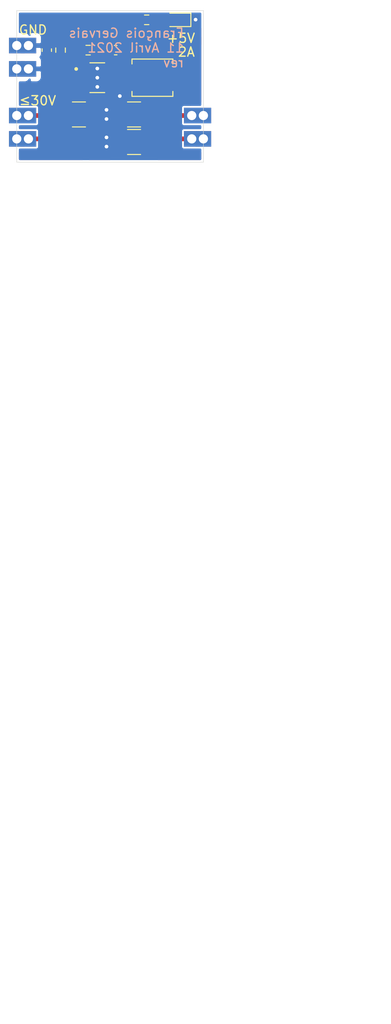
<source format=kicad_pcb>
(kicad_pcb (version 20240108) (generator "pcbnew") (generator_version "8.0")
  (layers (0 "F.Cu" signal) (31 "B.Cu" signal) (34 "B.Paste" user) (35 "F.Paste" user) (36 "B.SilkS" user "B.Silkscreen") (37 "F.SilkS" user "F.Silkscreen") (38 "B.Mask" user) (39 "F.Mask" user) (44 "Edge.Cuts" user))
  (net 0 "")
  (net 1 "GND")
  (net 2 "+5V")
  (net 3 "+12V")
  (net 4 "Net-(C2-Pad2)")
  (net 5 "Net-(C2-Pad1)")
  (net 6 "Net-(C3-Pad2)")
  (net 7 "Net-(D1-Pad2)")
  (net 8 "Net-(U1-Pad2)")
  (footprint "Capacitor_SMD:C_1210_3225Metric_Pad1.33x2.70mm_HandSolder" (layer "F.Cu") (at 26.06 32.02)
    (property "Reference" "C1" (hide yes))
    (property "Value" "10uF")
    (fp_line (start -0.711252 -1.36) (end 0.711252 -1.36) (stroke (width 0.12)) (layer "F.SilkS"))
    (fp_line (start -0.711252 1.36) (end 0.711252 1.36) (stroke (width 0.12)) (layer "F.SilkS"))
    (pad "1" smd roundrect (at -1.5625 0) (size 1.325 2.7) (layers "F.Cu" "F.Paste" "F.Mask") (roundrect_rratio 0.188679) (net 3 "+12V"))
    (pad "2" smd roundrect (at 1.5625 0) (size 1.325 2.7) (layers "F.Cu" "F.Paste" "F.Mask") (roundrect_rratio 0.188679) (net 1 "GND"))
  )
  (footprint "Capacitor_SMD:C_0603_1608Metric" (layer "F.Cu") (at 30.06 25.02)
    (property "Reference" "C2" (hide yes))
    (property "Value" "100nF")
    (fp_line (start -0.14058 -0.51) (end 0.14058 -0.51) (stroke (width 0.12)) (layer "F.SilkS"))
    (fp_line (start -0.14058 0.51) (end 0.14058 0.51) (stroke (width 0.12)) (layer "F.SilkS"))
    (pad "1" smd roundrect (at -0.775 0) (size 0.9 0.95) (layers "F.Cu" "F.Paste" "F.Mask") (net 5 "Net-(C2-Pad1)"))
    (pad "2" smd roundrect (at 0.775 0) (size 0.9 0.95) (layers "F.Cu" "F.Paste" "F.Mask") (net 4 "Net-(C2-Pad2)"))
  )
  (footprint "Capacitor_SMD:C_0603_1608Metric" (layer "F.Cu") (at 22.56 25.02 -90)
    (property "Reference" "C3" (hide yes))
    (property "Value" "47pF")
    (fp_line (start -0.14058 0.51) (end 0.14058 0.51) (stroke (width 0.12)) (layer "F.SilkS"))
    (fp_line (start -0.14058 -0.51) (end 0.14058 -0.51) (stroke (width 0.12)) (layer "F.SilkS"))
    (pad "1" smd roundrect (at -0.775 0 270) (size 0.9 0.95) (layers "F.Cu" "F.Paste" "F.Mask") (net 2 "+5V"))
    (pad "2" smd roundrect (at 0.775 0 270) (size 0.9 0.95) (layers "F.Cu" "F.Paste" "F.Mask") (net 6 "Net-(C3-Pad2)"))
  )
  (footprint "Capacitor_SMD:C_1210_3225Metric_Pad1.33x2.70mm_HandSolder" (layer "F.Cu") (at 32.06 35.02 180)
    (property "Reference" "C4" (hide yes))
    (property "Value" "22uF")
    (fp_line (start -0.711252 1.36) (end 0.711252 1.36) (stroke (width 0.12)) (layer "F.SilkS"))
    (fp_line (start -0.711252 -1.36) (end 0.711252 -1.36) (stroke (width 0.12)) (layer "F.SilkS"))
    (pad "1" smd roundrect (at -1.5625 0 180) (size 1.325 2.7) (layers "F.Cu" "F.Paste" "F.Mask") (roundrect_rratio 0.188679) (net 2 "+5V"))
    (pad "2" smd roundrect (at 1.5625 0 180) (size 1.325 2.7) (layers "F.Cu" "F.Paste" "F.Mask") (roundrect_rratio 0.188679) (net 1 "GND"))
  )
  (footprint "Capacitor_SMD:C_1210_3225Metric_Pad1.33x2.70mm_HandSolder" (layer "F.Cu") (at 32.06 32.02 180)
    (property "Reference" "C5" (hide yes))
    (property "Value" "22uF")
    (fp_line (start -0.711252 1.36) (end 0.711252 1.36) (stroke (width 0.12)) (layer "F.SilkS"))
    (fp_line (start -0.711252 -1.36) (end 0.711252 -1.36) (stroke (width 0.12)) (layer "F.SilkS"))
    (pad "1" smd roundrect (at -1.5625 0 180) (size 1.325 2.7) (layers "F.Cu" "F.Paste" "F.Mask") (roundrect_rratio 0.188679) (net 2 "+5V"))
    (pad "2" smd roundrect (at 1.5625 0 180) (size 1.325 2.7) (layers "F.Cu" "F.Paste" "F.Mask") (roundrect_rratio 0.188679) (net 1 "GND"))
  )
  (footprint "LED_SMD:LED_0603_1608Metric" (layer "F.Cu") (at 36.76 21.72 180)
    (property "Reference" "D1" (hide yes))
    (property "Value" "LED")
    (fp_line (start 0.8 -0.735) (end -1.485 -0.735) (stroke (width 0.12)) (layer "F.SilkS"))
    (fp_line (start -1.485 0.735) (end 0.8 0.735) (stroke (width 0.12)) (layer "F.SilkS"))
    (fp_line (start -1.485 -0.735) (end -1.485 0.735) (stroke (width 0.12)) (layer "F.SilkS"))
    (pad "1" smd roundrect (at -0.7875 0 180) (size 0.875 0.95) (layers "F.Cu" "F.Paste" "F.Mask") (net 1 "GND"))
    (pad "2" smd roundrect (at 0.7875 0 180) (size 0.875 0.95) (layers "F.Cu" "F.Paste" "F.Mask") (net 7 "Net-(D1-Pad2)"))
  )
  (footprint "SRP4020TA-6R8M:IND_SRP4020TA-6R8M" (layer "F.Cu") (at 34.06 28.02)
    (property "Reference" "L1")
    (property "Value" "6.8uH")
    (fp_line (start -2.225 -2.03) (end 2.225 -2.03) (stroke (width 0.127)) (layer "F.SilkS"))
    (fp_line (start -2.225 -1.5) (end -2.225 -2.03) (stroke (width 0.127)) (layer "F.SilkS"))
    (fp_line (start -2.225 2.03) (end -2.225 1.5) (stroke (width 0.127)) (layer "F.SilkS"))
    (fp_line (start -2.225 2.03) (end 2.225 2.03) (stroke (width 0.127)) (layer "F.SilkS"))
    (fp_line (start 2.225 -2.03) (end 2.225 -1.5) (stroke (width 0.127)) (layer "F.SilkS"))
    (fp_line (start 2.225 2.03) (end 2.225 1.5) (stroke (width 0.127)) (layer "F.SilkS"))
    (pad "1" smd rect (at -1.85 0) (size 1.5 2.4) (layers "F.Cu" "F.Paste" "F.Mask") (net 4 "Net-(C2-Pad2)"))
    (pad "2" smd rect (at 1.85 0) (size 1.5 2.4) (layers "F.Cu" "F.Paste" "F.Mask") (net 2 "+5V"))
  )
  (footprint "Resistor_SMD:R_0603_1608Metric" (layer "F.Cu") (at 33.435 21.72 180)
    (property "Reference" "R6" (hide yes))
    (property "Value" "10k")
    (fp_line (start -0.237258 0.5225) (end 0.237258 0.5225) (stroke (width 0.12)) (layer "F.SilkS"))
    (fp_line (start -0.237258 -0.5225) (end 0.237258 -0.5225) (stroke (width 0.12)) (layer "F.SilkS"))
    (pad "1" smd roundrect (at -0.825 0 180) (size 0.8 0.95) (layers "F.Cu" "F.Paste" "F.Mask") (net 7 "Net-(D1-Pad2)"))
    (pad "2" smd roundrect (at 0.825 0 180) (size 0.8 0.95) (layers "F.Cu" "F.Paste" "F.Mask") (net 2 "+5V"))
  )
  (footprint "AP63300WU-7:SOT95P280X100-6N" (layer "F.Cu") (at 28.06 28.02)
    (property "Reference" "U1" (hide yes))
    (property "Value" "AP63300WU-7")
    (fp_line (start -0.8 -1.62) (end 0.8 -1.62) (stroke (width 0.127)) (layer "F.SilkS"))
    (fp_line (start -0.8 1.62) (end 0.8 1.62) (stroke (width 0.127)) (layer "F.SilkS"))
    (fp_circle (center -2.3 -0.95) (end -2.2 -0.95) (stroke (width 0.2)) (fill none) (layer "F.SilkS"))
    (pad "1" smd rect (at -1.185 -0.95) (size 1.24 0.55) (layers "F.Cu" "F.Paste" "F.Mask") (net 6 "Net-(C3-Pad2)"))
    (pad "2" smd rect (at -1.185 0) (size 1.24 0.55) (layers "F.Cu" "F.Paste" "F.Mask") (net 8 "Net-(U1-Pad2)"))
    (pad "3" smd rect (at -1.185 0.95) (size 1.24 0.55) (layers "F.Cu" "F.Paste" "F.Mask") (net 3 "+12V"))
    (pad "4" smd rect (at 1.185 0.95) (size 1.24 0.55) (layers "F.Cu" "F.Paste" "F.Mask") (net 1 "GND"))
    (pad "5" smd rect (at 1.185 0) (size 1.24 0.55) (layers "F.Cu" "F.Paste" "F.Mask") (net 4 "Net-(C2-Pad2)"))
    (pad "6" smd rect (at 1.185 -0.95) (size 1.24 0.55) (layers "F.Cu" "F.Paste" "F.Mask") (net 5 "Net-(C2-Pad1)"))
  )
  (footprint "Resistor_SMD:R_0603_1608Metric" (layer "F.Cu") (at 24.06 25.02 -90)
    (property "Reference" "R2" (hide yes))
    (property "Value" "158k")
    (fp_line (start -0.237258 0.5225) (end 0.237258 0.5225) (stroke (width 0.12)) (layer "F.SilkS"))
    (fp_line (start -0.237258 -0.5225) (end 0.237258 -0.5225) (stroke (width 0.12)) (layer "F.SilkS"))
    (pad "1" smd roundrect (at -0.825 0 270) (size 0.8 0.95) (layers "F.Cu" "F.Paste" "F.Mask") (net 2 "+5V"))
    (pad "2" smd roundrect (at 0.825 0 270) (size 0.8 0.95) (layers "F.Cu" "F.Paste" "F.Mask") (net 6 "Net-(C3-Pad2)"))
  )
  (footprint "Resistor_SMD:R_0603_1608Metric" (layer "F.Cu") (at 27.06 25.02)
    (property "Reference" "R3" (hide yes))
    (property "Value" "30.1k")
    (fp_line (start -0.237258 -0.5225) (end 0.237258 -0.5225) (stroke (width 0.12)) (layer "F.SilkS"))
    (fp_line (start -0.237258 0.5225) (end 0.237258 0.5225) (stroke (width 0.12)) (layer "F.SilkS"))
    (pad "1" smd roundrect (at -0.825 0) (size 0.8 0.95) (layers "F.Cu" "F.Paste" "F.Mask") (net 6 "Net-(C3-Pad2)"))
    (pad "2" smd roundrect (at 0.825 0) (size 0.8 0.95) (layers "F.Cu" "F.Paste" "F.Mask") (net 1 "GND"))
  )
  (footprint "Connector_PinHeader_2.54mm:PinHeader_1x02_P2.54mm_Vertical" (layer "F.Cu") (at 38.34 32.14)
    (property "Reference" "J2" (hide yes))
    (property "Value" "Conn_01x02_Male" (hide yes))
    (pad "1" thru_hole rect (at 0 0) (size 1.7 1.7) (drill 1) (layers "*.Cu" "*.Mask") (net 2 "+5V"))
    (pad "1" thru_hole rect (at 1.27 0) (size 1.7 1.7) (drill 1) (layers "*.Cu" "*.Mask") (net 2 "+5V"))
    (pad "2" thru_hole rect (at 0 2.54) (size 1.7 1.7) (drill 1) (layers "*.Cu" "*.Mask") (net 2 "+5V"))
    (pad "2" thru_hole rect (at 1.27 2.54) (size 1.7 1.7) (drill 1) (layers "*.Cu" "*.Mask") (net 2 "+5V"))
  )
  (footprint "Connector_PinHeader_2.54mm:PinHeader_1x02_P2.54mm_Vertical" (layer "F.Cu") (at 19.29 32.14)
    (property "Reference" "J1" (hide yes))
    (property "Value" "Conn_01x02_Male" (hide yes))
    (pad "1" thru_hole rect (at 0 0) (size 1.7 1.7) (drill 1) (layers "*.Cu" "*.Mask") (net 3 "+12V"))
    (pad "1" thru_hole rect (at 1.27 0) (size 1.7 1.7) (drill 1) (layers "*.Cu" "*.Mask") (net 3 "+12V"))
    (pad "2" thru_hole rect (at 0 2.54) (size 1.7 1.7) (drill 1) (layers "*.Cu" "*.Mask") (net 3 "+12V"))
    (pad "2" thru_hole rect (at 1.27 2.54) (size 1.7 1.7) (drill 1) (layers "*.Cu" "*.Mask") (net 3 "+12V"))
  )
  (footprint "Connector_PinHeader_2.54mm:PinHeader_1x02_P2.54mm_Vertical" (layer "F.Cu") (at 19.29 24.52)
    (property "Reference" "J3" (hide yes))
    (property "Value" "Conn_01x02_Male" (hide yes))
    (pad "1" thru_hole rect (at 0 0) (size 1.7 1.7) (drill 1) (layers "*.Cu" "*.Mask") (net 1 "GND"))
    (pad "1" thru_hole rect (at 1.27 0) (size 1.7 1.7) (drill 1) (layers "*.Cu" "*.Mask") (net 1 "GND"))
    (pad "2" thru_hole rect (at 0 2.54) (size 1.7 1.7) (drill 1) (layers "*.Cu" "*.Mask") (net 1 "GND"))
    (pad "2" thru_hole rect (at 1.27 2.54) (size 1.7 1.7) (drill 1) (layers "*.Cu" "*.Mask") (net 1 "GND"))
  )
  (gr_line (start 39.61 20.71) (end 39.61 37.22) (stroke (width 0.05)) (layer "Edge.Cuts"))
  (gr_line (start 19.29 20.71) (end 39.61 20.71) (stroke (width 0.05)) (layer "Edge.Cuts"))
  (gr_line (start 39.61 37.22) (end 19.29 37.22) (stroke (width 0.05)) (layer "Edge.Cuts"))
  (gr_line (start 19.29 37.22) (end 19.29 20.71) (stroke (width 0.05)) (layer "Edge.Cuts"))
  (gr_text "François Gervais\n11 Avril 2021\nrev " (at 37.578 24.774 0) (layer "B.SilkS") (effects (font (size 1 1)) (justify left mirror)))
  (gr_text "GND" (at 21.06 22.82 0) (layer "F.SilkS") (effects (font (size 1 1))))
  (gr_text "+5V" (at 37.17 23.72 0) (layer "F.SilkS") (effects (font (size 1 1))))
  (gr_text "≤30V" (at 21.56 30.52 0) (layer "F.SilkS") (effects (font (size 1 1))))
  (gr_text "2A" (at 37.76 25.22 0) (layer "F.SilkS") (effects (font (size 1 1))))
  (segment (start 38.74 21.72) (end 38.76 21.7) (width 0.25) (layer "F.Cu") (net 1))
  (segment (start 37.5475 21.72) (end 38.74 21.72) (width 0.25) (layer "F.Cu") (net 1))
  (via (at 30.51 30.02) (size 0.8) (drill 0.4) (layers "F.Cu" "B.Cu") (net 1))
  (via (at 29.06 34.52) (size 0.8) (drill 0.4) (layers "F.Cu" "B.Cu") (net 1))
  (via (at 28.06 29.02) (size 0.8) (drill 0.4) (layers "F.Cu" "B.Cu") (net 1))
  (via (at 28.06 27.02) (size 0.8) (drill 0.4) (layers "F.Cu" "B.Cu") (net 1))
  (via (at 29.06 32.52) (size 0.8) (drill 0.4) (layers "F.Cu" "B.Cu") (net 1))
  (via (at 29.06 31.52) (size 0.8) (drill 0.4) (layers "F.Cu" "B.Cu") (net 1))
  (via (at 28.06 28.02) (size 0.8) (drill 0.4) (layers "F.Cu" "B.Cu") (net 1))
  (via (at 38.76 21.7) (size 0.8) (drill 0.4) (layers "F.Cu" "B.Cu") (net 1))
  (via (at 29.06 35.52) (size 0.8) (drill 0.4) (layers "F.Cu" "B.Cu") (net 1))
  (segment (start 35.91 26.47) (end 32.61 23.17) (width 0.25) (layer "F.Cu") (net 2))
  (segment (start 32.61 23.17) (end 32.61 21.72) (width 0.25) (layer "F.Cu") (net 2))
  (segment (start 35.91 28.02) (end 35.91 26.47) (width 0.25) (layer "F.Cu") (net 2))
  (segment (start 34.26 21.72) (end 35.9725 21.72) (width 0.25) (layer "F.Cu") (net 7))
  (zone (net 2) (net_name "+5V") (layer "F.Cu") (connect_pads (clearance 0.2)) (min_thickness 0.254) (fill yes (thermal_gap 0.508) (thermal_bridge_width 0.508))
    (polygon (pts (xy 39.61 22.52) (xy 39.61 24.52) (xy 24.81 24.47) (xy 24.81 25.02) (xy 22.06 25.02) (xy 22.06 22.52)))
  )
  (zone (net 6) (net_name "Net-(C3-Pad2)") (layer "F.Cu") (connect_pads (clearance 0.2)) (min_thickness 0.254) (fill yes (thermal_gap 0.508) (thermal_bridge_width 0.508))
    (polygon (pts (xy 27.06 26.02) (xy 27.31 26.02) (xy 27.31 27.52) (xy 22.06 27.52) (xy 22.06 25.27) (xy 25.06 25.27) (xy 25.06 24.72) (xy 27.06 24.72)))
  )
  (zone (net 5) (net_name "Net-(C2-Pad1)") (layer "F.Cu") (connect_pads (clearance 0.2)) (min_thickness 0.254) (fill yes (thermal_gap 0.508) (thermal_bridge_width 0.508))
    (polygon (pts (xy 29.81 27.27) (xy 28.81 27.27) (xy 28.81 24.77) (xy 29.81 24.77)))
  )
  (zone (net 3) (net_name "+12V") (layer "F.Cu") (connect_pads (clearance 0.2)) (min_thickness 0.254) (fill yes (thermal_gap 0.508) (thermal_bridge_width 0.508))
    (polygon (pts (xy 27.31 29.52) (xy 26.56 29.52) (xy 26.56 37.02) (xy 19.29 37.02) (xy 19.29 28.52) (xy 27.31 28.52)))
  )
  (zone (net 4) (net_name "Net-(C2-Pad2)") (layer "F.Cu") (connect_pads (clearance 0.2)) (min_thickness 0.254) (fill yes (thermal_gap 0.508) (thermal_bridge_width 0.508))
    (polygon (pts (xy 33.31 29.27) (xy 30.56 29.27) (xy 30.56 28.27) (xy 28.81 28.27) (xy 28.81 27.52) (xy 30.06 27.52) (xy 30.06 24.77) (xy 33.31 24.77)))
  )
  (zone (net 2) (net_name "+5V") (layer "F.Cu") (connect_pads (clearance 0.2)) (min_thickness 0.254) (fill yes (thermal_gap 0.508) (thermal_bridge_width 0.508))
    (polygon (pts (xy 39.61 37.004) (xy 32.31 37.004) (xy 32.31 29.504) (xy 33.56 29.504) (xy 33.56 23.504) (xy 39.61 23.504)))
  )
  (zone (net 1) (net_name "GND") (layer "F.Cu") (connect_pads (clearance 0.2)) (min_thickness 0.254) (fill yes (thermal_gap 0.508) (thermal_bridge_width 0.508))
    (polygon (pts (xy 28.56 28.52) (xy 30.31 28.52) (xy 30.31 29.52) (xy 31.81 29.52) (xy 31.81 37.02) (xy 27.06 37.02) (xy 27.06 30.02) (xy 27.56 30.02) (xy 27.56 25.82) (xy 27.41 25.82) (xy 27.41 24.77) (xy 28.56 24.77)))
  )
  (zone (net 1) (net_name "GND") (layer "B.Cu") (connect_pads (clearance 0.2)) (min_thickness 0.254) (fill yes (thermal_gap 0.508) (thermal_bridge_width 0.508))
    (polygon (pts (xy 39.61 37.22) (xy 19.29 37.22) (xy 19.29 20.71) (xy 39.61 20.71)))
  )
)
</source>
